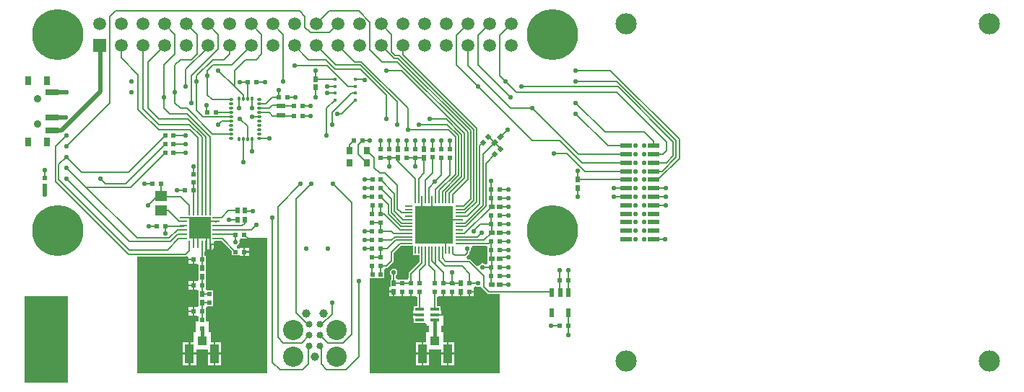
<source format=gtl>
G04 Layer_Physical_Order=1*
G04 Layer_Color=255*
%FSLAX25Y25*%
%MOIN*%
G70*
G01*
G75*
%ADD10R,0.05400X0.02400*%
%ADD11R,0.02362X0.01968*%
%ADD12R,0.01575X0.01575*%
%ADD13R,0.03937X0.01968*%
%ADD14O,0.01378X0.02362*%
%ADD15O,0.02362X0.01378*%
%ADD16R,0.10236X0.10236*%
%ADD17O,0.00984X0.03347*%
%ADD18O,0.03347X0.00984*%
%ADD19R,0.02165X0.02165*%
%ADD20R,0.02165X0.02165*%
%ADD21R,0.02362X0.04331*%
%ADD22R,0.03150X0.03543*%
%ADD23R,0.02362X0.02953*%
%ADD24R,0.00787X0.03543*%
%ADD25R,0.03543X0.00787*%
%ADD26R,0.17323X0.17323*%
%ADD27R,0.20000X0.40000*%
%ADD28R,0.05905X0.02756*%
%ADD29R,0.03150X0.03937*%
%ADD30P,0.03062X4X180.0*%
G04:AMPARAMS|DCode=31|XSize=31mil|YSize=31mil|CornerRadius=15.5mil|HoleSize=0mil|Usage=FLASHONLY|Rotation=90.000|XOffset=0mil|YOffset=0mil|HoleType=Round|Shape=RoundedRectangle|*
%AMROUNDEDRECTD31*
21,1,0.03100,0.00000,0,0,90.0*
21,1,0.00000,0.03100,0,0,90.0*
1,1,0.03100,0.00000,0.00000*
1,1,0.03100,0.00000,0.00000*
1,1,0.03100,0.00000,0.00000*
1,1,0.03100,0.00000,0.00000*
%
%ADD31ROUNDEDRECTD31*%
%ADD32R,0.05787X0.04685*%
%ADD33R,0.01968X0.02559*%
%ADD34R,0.01968X0.02362*%
%ADD35R,0.02559X0.01968*%
G04:AMPARAMS|DCode=36|XSize=19.68mil|YSize=23.62mil|CornerRadius=0mil|HoleSize=0mil|Usage=FLASHONLY|Rotation=135.000|XOffset=0mil|YOffset=0mil|HoleType=Round|Shape=Rectangle|*
%AMROTATEDRECTD36*
4,1,4,0.01531,0.00139,-0.00139,-0.01531,-0.01531,-0.00139,0.00139,0.01531,0.01531,0.00139,0.0*
%
%ADD36ROTATEDRECTD36*%

%ADD37R,0.03937X0.01378*%
%ADD38R,0.03937X0.03937*%
%ADD39R,0.04134X0.08661*%
%ADD40C,0.00800*%
%ADD41C,0.02000*%
%ADD42C,0.01640*%
%ADD43C,0.23622*%
%ADD44R,0.05905X0.05905*%
%ADD45C,0.05905*%
%ADD46C,0.09800*%
%ADD47C,0.02200*%
%ADD48C,0.03543*%
%ADD49C,0.09350*%
%ADD50C,0.03900*%
%ADD51C,0.02362*%
%ADD52C,0.06000*%
G36*
X112400Y-50100D02*
X112500Y-50141D01*
Y-112500D01*
X52641D01*
X52600Y-112400D01*
Y-58520D01*
X75000D01*
X75350Y-58450D01*
X75397Y-58445D01*
X76322Y-58927D01*
X76350Y-58960D01*
Y-59600D01*
X78531D01*
Y-60000D01*
X78931D01*
Y-61984D01*
X80026D01*
X80761Y-62204D01*
X80916Y-62900D01*
Y-66009D01*
Y-69100D01*
X80761Y-69796D01*
X80026Y-70016D01*
X78931D01*
Y-72000D01*
Y-73984D01*
X80026D01*
X80761Y-74204D01*
X80916Y-74900D01*
Y-78009D01*
Y-81100D01*
X80761Y-81796D01*
X80026Y-82016D01*
X78931D01*
Y-84000D01*
Y-85984D01*
X80026D01*
X80761Y-86204D01*
X80916Y-86900D01*
Y-88787D01*
X79516D01*
Y-93626D01*
X78531D01*
Y-98169D01*
X77093D01*
Y-103100D01*
X79760D01*
Y-101563D01*
X85240D01*
Y-103100D01*
X87907D01*
Y-98169D01*
X86468D01*
Y-93626D01*
X85484D01*
Y-88787D01*
X84084D01*
Y-86250D01*
X84084D01*
X84250Y-85584D01*
X84250Y-85584D01*
X84250Y-85319D01*
Y-82681D01*
X84306Y-82364D01*
X84974Y-81750D01*
X87584D01*
Y-78187D01*
X87584D01*
Y-77813D01*
X87584D01*
Y-74250D01*
X84974D01*
X84306Y-73636D01*
X84250Y-73319D01*
Y-70681D01*
X84250Y-70416D01*
X84250Y-70416D01*
X84084Y-69750D01*
X84084Y-69750D01*
Y-66009D01*
Y-62250D01*
X84084D01*
X84250Y-61584D01*
X84250Y-61584D01*
X84250Y-61319D01*
Y-58416D01*
X83457D01*
Y-56453D01*
X84005Y-56019D01*
Y-53000D01*
X84806D01*
Y-55623D01*
X84988Y-55587D01*
X85390Y-55318D01*
X85792Y-55587D01*
X85974Y-55623D01*
Y-53000D01*
X86374D01*
Y-52600D01*
X87895D01*
Y-52389D01*
X87895Y-51819D01*
X88843Y-51456D01*
X90213D01*
X90639Y-51371D01*
X90652Y-51362D01*
X91452D01*
X96250Y-56161D01*
Y-58084D01*
X99787D01*
Y-58484D01*
X101568D01*
Y-56500D01*
Y-54516D01*
X99787D01*
Y-54916D01*
X98583D01*
X98408Y-54646D01*
X98695Y-53570D01*
X99257Y-53194D01*
X99633Y-52632D01*
X99765Y-51969D01*
X99658Y-51430D01*
X99968Y-50885D01*
X100287Y-50484D01*
X104150D01*
Y-50100D01*
X112400D01*
D02*
G37*
G36*
X214250Y-53916D02*
X214250Y-54417D01*
Y-57084D01*
X214250D01*
Y-57916D01*
X214250D01*
Y-61084D01*
X214250D01*
Y-61916D01*
X213407Y-62295D01*
X213250Y-62311D01*
X213226Y-62274D01*
X212663Y-61899D01*
X212000Y-61767D01*
X211337Y-61899D01*
X210774Y-62274D01*
X210517Y-62660D01*
X209749Y-62889D01*
X209362Y-62920D01*
X206721Y-60279D01*
X206390Y-60058D01*
X206000Y-59980D01*
X205147D01*
X205027Y-59814D01*
X204721Y-58821D01*
X205721Y-57821D01*
X205942Y-57490D01*
X206020Y-57100D01*
Y-56363D01*
X206226Y-56226D01*
X206601Y-55663D01*
X206733Y-55000D01*
X206670Y-54681D01*
X207176Y-53844D01*
X207366Y-53681D01*
X213348D01*
X214250Y-53916D01*
D02*
G37*
G36*
X179839Y-53661D02*
X179845D01*
Y-57986D01*
X182980D01*
Y-61078D01*
X178279Y-65779D01*
X178058Y-66110D01*
X177980Y-66500D01*
Y-68484D01*
X177416Y-69250D01*
X176584D01*
Y-69250D01*
X173416D01*
Y-69250D01*
X173020D01*
X172020Y-68484D01*
Y-67363D01*
X172226Y-67226D01*
X172601Y-66663D01*
X172733Y-66000D01*
X172601Y-65337D01*
X172226Y-64774D01*
X171663Y-64399D01*
X171000Y-64267D01*
X170337Y-64399D01*
X169774Y-64774D01*
X169399Y-65337D01*
X169267Y-66000D01*
X169399Y-66663D01*
X169774Y-67226D01*
X169980Y-67363D01*
Y-69250D01*
X169416D01*
Y-72591D01*
X169016D01*
Y-74470D01*
X171000D01*
Y-74870D01*
X171400D01*
Y-77150D01*
X172984D01*
Y-77150D01*
X173013Y-77150D01*
X173984Y-77150D01*
X174600D01*
Y-74968D01*
X175400D01*
Y-77150D01*
X176984D01*
Y-77150D01*
X177016D01*
Y-77150D01*
X178600D01*
Y-74968D01*
X179400D01*
Y-77150D01*
X180581D01*
X180984Y-77150D01*
X181980Y-77159D01*
Y-81652D01*
X180388D01*
Y-83811D01*
X179988D01*
Y-85100D01*
X182957D01*
Y-85900D01*
X179988D01*
Y-87189D01*
X180388D01*
Y-89348D01*
X185075D01*
X185525Y-89348D01*
X186075Y-90120D01*
Y-90748D01*
X187199D01*
Y-93626D01*
X186031D01*
Y-98169D01*
X184593D01*
Y-103100D01*
X187260D01*
Y-101563D01*
X192740D01*
Y-103100D01*
X195407D01*
Y-98169D01*
X193968D01*
Y-93626D01*
X192888D01*
Y-90748D01*
X194012D01*
Y-85370D01*
X193012D01*
Y-83811D01*
X192612D01*
Y-81652D01*
X191020D01*
Y-77159D01*
X192016Y-77150D01*
X192419Y-77150D01*
X193600D01*
Y-74968D01*
X194400D01*
Y-77150D01*
X195984D01*
Y-77150D01*
X196016D01*
Y-77150D01*
X197600D01*
Y-74968D01*
X198400D01*
Y-77150D01*
X199016D01*
X199987Y-77150D01*
X200016Y-77150D01*
Y-77150D01*
X201600D01*
Y-74870D01*
X202400D01*
Y-77150D01*
X203984D01*
X203984Y-77150D01*
X204016D01*
Y-77150D01*
X204984Y-77150D01*
X205600D01*
Y-74968D01*
X206000D01*
Y-74568D01*
X207984D01*
Y-72903D01*
X208741Y-72222D01*
X208774Y-72226D01*
X209337Y-72601D01*
X210000Y-72733D01*
X210512Y-72631D01*
X210906Y-72720D01*
X211704Y-73109D01*
X211779Y-73221D01*
X214279Y-75721D01*
X214610Y-75942D01*
X215000Y-76020D01*
X220000D01*
Y-112500D01*
X160000D01*
Y-68683D01*
X162911D01*
Y-68683D01*
X163089D01*
Y-68683D01*
X166454D01*
Y-65317D01*
X166454D01*
X166584Y-64750D01*
X167236Y-64020D01*
X167500D01*
X167890Y-63942D01*
X168221Y-63721D01*
X170721Y-61221D01*
X170942Y-60890D01*
X171020Y-60500D01*
Y-56922D01*
X174261Y-53681D01*
X177886D01*
X178016Y-53655D01*
X179839D01*
Y-53661D01*
D02*
G37*
%LPC*%
G36*
X76293Y-98169D02*
X73626D01*
Y-103100D01*
X76293D01*
Y-98169D01*
D02*
G37*
G36*
X91374Y-103900D02*
X88707D01*
Y-108831D01*
X91374D01*
Y-103900D01*
D02*
G37*
G36*
X87907D02*
X85240D01*
Y-108831D01*
X87907D01*
Y-103900D01*
D02*
G37*
G36*
X79760D02*
X77093D01*
Y-108831D01*
X79760D01*
Y-103900D01*
D02*
G37*
G36*
X76293D02*
X73626D01*
Y-108831D01*
X76293D01*
Y-103900D01*
D02*
G37*
G36*
X78132Y-60400D02*
X76350D01*
Y-61984D01*
X78132D01*
Y-60400D01*
D02*
G37*
G36*
Y-70016D02*
X76350D01*
Y-71600D01*
X78132D01*
Y-70016D01*
D02*
G37*
G36*
X104150Y-56900D02*
X102368D01*
Y-58484D01*
X104150D01*
Y-56900D01*
D02*
G37*
G36*
X87895Y-53400D02*
X86774D01*
Y-55623D01*
X86956Y-55587D01*
X87450Y-55257D01*
X87780Y-54763D01*
X87895Y-54181D01*
Y-53400D01*
D02*
G37*
G36*
X104150Y-54516D02*
X102368D01*
Y-56100D01*
X104150D01*
Y-54516D01*
D02*
G37*
G36*
X78132Y-72400D02*
X76350D01*
Y-73984D01*
X78132D01*
Y-72400D01*
D02*
G37*
G36*
Y-84400D02*
X76350D01*
Y-85984D01*
X78132D01*
Y-84400D01*
D02*
G37*
G36*
X91374Y-98169D02*
X88707D01*
Y-103100D01*
X91374D01*
Y-98169D01*
D02*
G37*
G36*
X78132Y-82016D02*
X76350D01*
Y-83600D01*
X78132D01*
Y-82016D01*
D02*
G37*
G36*
X198874Y-103900D02*
X196207D01*
Y-108831D01*
X198874D01*
Y-103900D01*
D02*
G37*
G36*
X195407D02*
X192740D01*
Y-108831D01*
X195407D01*
Y-103900D01*
D02*
G37*
G36*
X183793Y-98169D02*
X181126D01*
Y-103100D01*
X183793D01*
Y-98169D01*
D02*
G37*
G36*
X198874D02*
X196207D01*
Y-103100D01*
X198874D01*
Y-98169D01*
D02*
G37*
G36*
X187260Y-103900D02*
X184593D01*
Y-108831D01*
X187260D01*
Y-103900D01*
D02*
G37*
G36*
X183793D02*
X181126D01*
Y-108831D01*
X183793D01*
Y-103900D01*
D02*
G37*
G36*
X170600Y-75270D02*
X169016D01*
Y-77150D01*
X170600D01*
Y-75270D01*
D02*
G37*
G36*
X207984Y-75368D02*
X206400D01*
Y-77150D01*
X207984D01*
Y-75368D01*
D02*
G37*
%LPD*%
D10*
X278402Y-50685D02*
D03*
X291000D02*
D03*
X278402Y-46748D02*
D03*
X291000D02*
D03*
X278402Y-42811D02*
D03*
X291000D02*
D03*
X278402Y-38874D02*
D03*
X291000D02*
D03*
X278402Y-34937D02*
D03*
X291000D02*
D03*
X278402Y-31000D02*
D03*
X291000D02*
D03*
X278402Y-27063D02*
D03*
X291000D02*
D03*
X278402Y-23126D02*
D03*
X291000D02*
D03*
X278402Y-19189D02*
D03*
X291000D02*
D03*
X278402Y-15252D02*
D03*
X291000D02*
D03*
X278402Y-11315D02*
D03*
X291000D02*
D03*
X278402Y-7378D02*
D03*
X291000D02*
D03*
D11*
X156468Y-5000D02*
D03*
X152532D02*
D03*
X247532Y-69500D02*
D03*
X251468Y-69500D02*
D03*
X247532Y-90500D02*
D03*
X251468D02*
D03*
X59531Y-25000D02*
D03*
X63468D02*
D03*
X74532Y-28000D02*
D03*
X78469D02*
D03*
X61532Y-44500D02*
D03*
X65469D02*
D03*
X78531Y-84000D02*
D03*
X82468D02*
D03*
X78531Y-72000D02*
D03*
X82468D02*
D03*
X78531Y-60000D02*
D03*
X82468D02*
D03*
X101969Y-56500D02*
D03*
X98032D02*
D03*
X101969Y-48500D02*
D03*
X98032D02*
D03*
X128969Y11000D02*
D03*
X125031D02*
D03*
X128969Y6500D02*
D03*
X125031D02*
D03*
X121968Y15000D02*
D03*
X118032D02*
D03*
X107468Y22000D02*
D03*
X103532D02*
D03*
X88937Y8000D02*
D03*
X85000D02*
D03*
X219969Y-67500D02*
D03*
X216032D02*
D03*
X219969Y-63500D02*
D03*
X216032D02*
D03*
X219969Y-55500D02*
D03*
X216032D02*
D03*
X219969Y-51500D02*
D03*
X216032D02*
D03*
X161031Y-55000D02*
D03*
X164969D02*
D03*
X161031Y-47000D02*
D03*
X164969D02*
D03*
X219969Y-43500D02*
D03*
X216032D02*
D03*
X219969Y-39500D02*
D03*
X216032D02*
D03*
X219969Y-31500D02*
D03*
X216032D02*
D03*
X219969Y-27500D02*
D03*
X216032D02*
D03*
X161031Y-51000D02*
D03*
X164969D02*
D03*
X161031Y-31000D02*
D03*
X164969D02*
D03*
X161031Y-27000D02*
D03*
X164969D02*
D03*
D12*
X153224Y23224D02*
D03*
Y20075D02*
D03*
Y16925D02*
D03*
Y13776D02*
D03*
X143776D02*
D03*
Y16925D02*
D03*
Y20075D02*
D03*
Y23224D02*
D03*
D13*
X119000Y6669D02*
D03*
X119000Y11000D02*
D03*
D14*
X105453Y14252D02*
D03*
X103484D02*
D03*
X101516D02*
D03*
X99547D02*
D03*
Y-4252D02*
D03*
X101516Y-4252D02*
D03*
X103484D02*
D03*
X105453D02*
D03*
D15*
X96004Y13858D02*
D03*
X96004Y11890D02*
D03*
X96004Y9921D02*
D03*
Y7953D02*
D03*
Y5984D02*
D03*
Y4016D02*
D03*
Y2047D02*
D03*
Y79D02*
D03*
Y-1890D02*
D03*
X96004Y-3858D02*
D03*
X108996Y-3858D02*
D03*
Y-1890D02*
D03*
Y79D02*
D03*
X108996Y2047D02*
D03*
Y4016D02*
D03*
Y5984D02*
D03*
X108996Y7953D02*
D03*
Y9921D02*
D03*
X108996Y11890D02*
D03*
Y13858D02*
D03*
D16*
X81453Y-45421D02*
D03*
D17*
X86374Y-53000D02*
D03*
X84405D02*
D03*
X82437D02*
D03*
X80468D02*
D03*
X78500D02*
D03*
X76531D02*
D03*
Y-37843D02*
D03*
X78500D02*
D03*
X80468D02*
D03*
X82437D02*
D03*
X84405D02*
D03*
X86374D02*
D03*
D18*
X73874Y-50343D02*
D03*
Y-48374D02*
D03*
Y-46406D02*
D03*
Y-44437D02*
D03*
Y-42469D02*
D03*
Y-40500D02*
D03*
X89031D02*
D03*
Y-42469D02*
D03*
Y-44437D02*
D03*
Y-46406D02*
D03*
Y-48374D02*
D03*
Y-50343D02*
D03*
D19*
X10000Y-26000D02*
D03*
Y-22457D02*
D03*
X78500Y-20728D02*
D03*
Y-24272D02*
D03*
X189000Y-12772D02*
D03*
Y-9228D02*
D03*
D20*
X65728Y-2500D02*
D03*
X69272D02*
D03*
X65728Y-10500D02*
D03*
X69272D02*
D03*
X65728Y-6500D02*
D03*
X69272D02*
D03*
X161228Y-67000D02*
D03*
X164772D02*
D03*
X161228Y-35000D02*
D03*
X164772D02*
D03*
X161228Y-23000D02*
D03*
X164772D02*
D03*
D21*
X251500Y-84697D02*
D03*
X244020Y-84697D02*
D03*
Y-75248D02*
D03*
X247760D02*
D03*
X251500D02*
D03*
D22*
X150465Y-9646D02*
D03*
X158535D02*
D03*
Y-15354D02*
D03*
X150465D02*
D03*
D23*
X102075Y-37433D02*
D03*
Y-41567D02*
D03*
X98925Y-37433D02*
D03*
Y-41567D02*
D03*
D24*
X198161Y-32386D02*
D03*
X195012D02*
D03*
X191862D02*
D03*
X188713D02*
D03*
X185563D02*
D03*
X182413D02*
D03*
X180839D02*
D03*
X183988D02*
D03*
X187138D02*
D03*
X190287D02*
D03*
X193437D02*
D03*
X196587D02*
D03*
X180839Y-55614D02*
D03*
X183988D02*
D03*
X187138D02*
D03*
X190287D02*
D03*
X193437D02*
D03*
X196587D02*
D03*
X198161D02*
D03*
X195012D02*
D03*
X191862D02*
D03*
X188713D02*
D03*
X185563D02*
D03*
X182413D02*
D03*
D25*
X201114Y-52661D02*
D03*
Y-49512D02*
D03*
Y-46362D02*
D03*
Y-43213D02*
D03*
Y-40063D02*
D03*
Y-36913D02*
D03*
Y-35339D02*
D03*
Y-38488D02*
D03*
Y-41638D02*
D03*
Y-44787D02*
D03*
Y-47937D02*
D03*
Y-51087D02*
D03*
X177886Y-36913D02*
D03*
Y-40063D02*
D03*
Y-43213D02*
D03*
Y-46362D02*
D03*
Y-49512D02*
D03*
Y-52661D02*
D03*
Y-51087D02*
D03*
Y-47937D02*
D03*
Y-44787D02*
D03*
Y-41638D02*
D03*
Y-38488D02*
D03*
Y-35339D02*
D03*
D26*
X189500Y-44000D02*
D03*
D27*
X10500Y-97000D02*
D03*
D28*
X13390Y17453D02*
D03*
Y5642D02*
D03*
Y-264D02*
D03*
D29*
X2169Y22768D02*
D03*
X10831D02*
D03*
X2169Y-5579D02*
D03*
X10831D02*
D03*
D30*
X217639Y-11361D02*
D03*
X220145Y-8855D02*
D03*
X212139Y-5861D02*
D03*
X214645Y-3355D02*
D03*
D31*
X137000Y-90000D02*
D03*
X132000D02*
D03*
X137000Y-95000D02*
D03*
X132000D02*
D03*
X137000Y-100000D02*
D03*
X132000D02*
D03*
D32*
X63500Y-30634D02*
D03*
Y-37366D02*
D03*
D33*
X82500Y-76130D02*
D03*
Y-79870D02*
D03*
Y-64130D02*
D03*
Y-67870D02*
D03*
X256000Y-26870D02*
D03*
Y-23130D02*
D03*
X135000Y19630D02*
D03*
Y23370D02*
D03*
X202000Y-74870D02*
D03*
Y-71130D02*
D03*
X171000Y-74870D02*
D03*
Y-71130D02*
D03*
X185000Y-9130D02*
D03*
Y-12870D02*
D03*
X173000Y-9130D02*
D03*
Y-12870D02*
D03*
D34*
X82500Y-88032D02*
D03*
Y-91969D02*
D03*
X86000Y-76032D02*
D03*
Y-79969D02*
D03*
X190000Y-74968D02*
D03*
Y-71031D02*
D03*
X206000Y-71031D02*
D03*
Y-74968D02*
D03*
X198000Y-74968D02*
D03*
Y-71031D02*
D03*
X194000Y-74968D02*
D03*
Y-71031D02*
D03*
X175000Y-74968D02*
D03*
Y-71031D02*
D03*
X179000Y-74968D02*
D03*
Y-71031D02*
D03*
X183000Y-74968D02*
D03*
Y-71031D02*
D03*
X165000Y-62968D02*
D03*
Y-59031D02*
D03*
X161000Y-62968D02*
D03*
Y-59031D02*
D03*
Y-39031D02*
D03*
Y-42968D02*
D03*
X165000Y-42968D02*
D03*
Y-39031D02*
D03*
X181000Y-9031D02*
D03*
Y-12968D02*
D03*
X177000Y-9031D02*
D03*
Y-12968D02*
D03*
X169000Y-9031D02*
D03*
Y-12968D02*
D03*
X165000Y-9031D02*
D03*
Y-12968D02*
D03*
X197000Y-9031D02*
D03*
Y-12968D02*
D03*
X193000Y-9031D02*
D03*
Y-12968D02*
D03*
D35*
X219870Y-71500D02*
D03*
X216130D02*
D03*
X219870Y-59500D02*
D03*
X216130D02*
D03*
X219870Y-47500D02*
D03*
X216130D02*
D03*
X219870Y-35500D02*
D03*
X216130D02*
D03*
D36*
X217500Y-6000D02*
D03*
X220284Y-3216D02*
D03*
D37*
X182957Y-88059D02*
D03*
Y-85500D02*
D03*
Y-82941D02*
D03*
X190043D02*
D03*
Y-85500D02*
D03*
Y-88059D02*
D03*
D38*
X82500Y-97594D02*
D03*
X190000D02*
D03*
D39*
X88307Y-103500D02*
D03*
X76693D02*
D03*
X195807D02*
D03*
X184193D02*
D03*
D40*
X188713Y-43213D02*
Y-32386D01*
X189500Y-44000D02*
X195012Y-49512D01*
X101642Y-37500D02*
X106000D01*
X73874Y-40516D02*
X76547D01*
X80469Y-53000D02*
Y-46405D01*
X216031Y-31500D02*
Y-23531D01*
Y-59402D02*
Y-51500D01*
X251469Y-75217D02*
Y-65031D01*
X216031Y-71402D02*
Y-63500D01*
X103484Y22000D02*
Y22016D01*
Y22000D02*
X103484Y14252D01*
X274000Y17500D02*
X297000Y-5500D01*
X227500Y17500D02*
X274000D01*
X230000Y20000D02*
X274500D01*
X273990Y22490D02*
X301400Y-4920D01*
X255010Y22490D02*
X273990D01*
X270960Y27500D02*
X302800Y-4340D01*
X255000Y27500D02*
X270960D01*
X268500Y-1000D02*
X286722D01*
X255024Y7500D02*
X269902Y-7378D01*
X278402D01*
X256315Y-11315D02*
X278402D01*
X278398Y-23130D02*
X278402Y-23126D01*
X291000Y-11315D02*
X295185D01*
X291000Y-50685D02*
X296315D01*
X291000Y-27063D02*
X296437D01*
X291000Y-19189D02*
X294791D01*
X291000Y-15252D02*
X296748D01*
X291000Y-23126D02*
X292834D01*
X291000Y-34937D02*
X296437D01*
X291000Y-31000D02*
X296500D01*
X291000Y-7378D02*
Y-5278D01*
X292834Y-23126D02*
X302800Y-13160D01*
X294791Y-19189D02*
X301400Y-12580D01*
X295185Y-11315D02*
X297000Y-9500D01*
X296315Y-50685D02*
X296500Y-50500D01*
X296437Y-27063D02*
X296500Y-27000D01*
X296437Y-34937D02*
X296500Y-35000D01*
X296748Y-15252D02*
X300000Y-12000D01*
X190043Y-85500D02*
X195047D01*
X10000Y-22457D02*
Y-18500D01*
X141173Y45000D02*
X145173Y49000D01*
X132500Y45000D02*
X141173D01*
X130000Y47500D02*
X132500Y45000D01*
X130000Y47500D02*
Y52500D01*
X127500Y55000D02*
X130000Y52500D01*
X42500Y55000D02*
X127500D01*
X40000Y52500D02*
X42500Y55000D01*
X40000Y12500D02*
Y52500D01*
X20000Y-7500D02*
X40000Y12500D01*
X120000Y22500D02*
Y44173D01*
X115173Y49000D02*
X120000Y44173D01*
X174580Y27500D02*
X203700Y-1620D01*
X167500Y27500D02*
X174580D01*
X140389Y29600D02*
X149914Y20075D01*
X125100Y29600D02*
X140389D01*
X149914Y20075D02*
X153224D01*
X131673Y32500D02*
X139500D01*
X125173Y39000D02*
X131673Y32500D01*
X139500D02*
X144000Y28000D01*
X155470D01*
X167500Y15970D01*
X156030Y31400D02*
X177500Y9930D01*
X152773Y31400D02*
X156030D01*
X145173Y39000D02*
X152773Y31400D01*
X155450Y30000D02*
X172500Y12950D01*
X144173Y30000D02*
X155450D01*
X135173Y39000D02*
X144173Y30000D01*
X48728Y-19500D02*
X65728Y-2500D01*
X27000Y-19500D02*
X48728D01*
X20000Y-12500D02*
X27000Y-19500D01*
X210000Y20000D02*
X235000Y-5000D01*
X200000Y30000D02*
X210000Y20000D01*
X140000Y-2500D02*
Y10000D01*
X143776Y13776D01*
X142500Y7970D02*
X151455Y16925D01*
X142500Y2500D02*
Y7970D01*
X151455Y16925D02*
X153224D01*
X145000Y7500D02*
X146949D01*
X153224Y13776D01*
X103484Y-4252D02*
Y1516D01*
X100000Y5000D02*
X103484Y1516D01*
X87390Y-1890D02*
X96004D01*
X75500Y10000D02*
X87390Y-1890D01*
X72500Y10000D02*
X75500D01*
X67500Y7500D02*
X75500D01*
X86374Y-3374D01*
X62500Y5000D02*
X76000D01*
X84405Y-3405D01*
Y-37843D02*
Y-3405D01*
X62500Y2500D02*
X76500D01*
X82437Y-3437D01*
Y-37843D02*
Y-3437D01*
X62500Y0D02*
X77000D01*
X80650Y-3650D01*
Y-37661D02*
Y-3650D01*
X77500Y12500D02*
Y25000D01*
X86374Y-37843D02*
Y-3374D01*
X70000Y12500D02*
X72500Y10000D01*
X70000Y12500D02*
Y17500D01*
X65000Y10000D02*
X67500Y7500D01*
X65000Y10000D02*
Y15000D01*
X57500Y10000D02*
X62500Y5000D01*
X57500Y10000D02*
Y31327D01*
X55173Y9827D02*
X62500Y2500D01*
X55173Y9827D02*
Y39000D01*
X53000Y9500D02*
X62500Y0D01*
X53000Y9500D02*
Y25500D01*
X77500Y25000D02*
X90000Y37500D01*
X87500Y32500D02*
X92500D01*
X80000Y25000D02*
X87500Y32500D01*
X80000Y22500D02*
Y25000D01*
X90000Y37500D02*
Y44173D01*
X85173Y49000D02*
X90000Y44173D01*
X85000Y16000D02*
Y25000D01*
Y27500D01*
X87500Y30000D01*
X80000Y9000D02*
Y22500D01*
X75000Y20000D02*
Y28000D01*
X85173Y38173D01*
Y39000D01*
X72500Y32500D02*
X77500D01*
X70000Y30000D02*
X72500Y32500D01*
X70000Y17500D02*
Y30000D01*
X77500Y32500D02*
X80100Y35100D01*
Y44073D01*
X70000Y35000D02*
Y44173D01*
X65000Y30000D02*
X70000Y35000D01*
X65000Y15000D02*
Y30000D01*
X57500Y31327D02*
X65173Y39000D01*
X45173Y33327D02*
X53000Y25500D01*
X97500Y20000D02*
X101516Y15984D01*
X90000Y27500D02*
X97500Y20000D01*
X107530Y32500D02*
X110000Y34970D01*
X102500Y32500D02*
X107530D01*
X97500Y27500D02*
X102500Y32500D01*
X97500Y20000D02*
Y27500D01*
X101516Y14252D02*
Y15984D01*
X87500Y30000D02*
X96173D01*
X85000Y16000D02*
X87142Y13858D01*
X96173Y30000D02*
X105173Y39000D01*
X92500Y32500D02*
X95173Y35173D01*
Y39000D01*
X94000D02*
X95173D01*
X75173Y49000D02*
X80100Y44073D01*
X45173Y33327D02*
Y39000D01*
X38000Y-25000D02*
X47228D01*
X65728Y-6500D01*
X35500Y-22500D02*
X38000Y-25000D01*
X20000Y-17500D02*
X29000Y-26500D01*
X52600Y-50100D01*
X29000Y-26500D02*
X49728D01*
X65728Y-10500D01*
X20000Y-22500D02*
X49000Y-51500D01*
X16400Y-22900D02*
X49000Y-55500D01*
X16400Y-22900D02*
Y-16100D01*
X49000Y-55500D02*
X66500D01*
X15000Y-24000D02*
X48500Y-57500D01*
X15000Y-24000D02*
Y-7500D01*
X48500Y-57500D02*
X75000D01*
X69272Y-2500D02*
X75000D01*
X69272Y-10500D02*
X75000D01*
X69272Y-6500D02*
X75000D01*
X83016Y5984D02*
X96004D01*
X80000Y9000D02*
X83016Y5984D01*
X220284Y-3216D02*
X223500Y0D01*
X200000Y43827D02*
X205173Y49000D01*
X200000Y30000D02*
Y43827D01*
X255000Y7500D02*
X255024D01*
X255000Y22500D02*
X255010Y22490D01*
X255000Y12500D02*
X268500Y-1000D01*
X286722D02*
X291000Y-5278D01*
X225000Y10000D02*
X235000D01*
X205173Y29827D02*
X225000Y10000D01*
X205173Y29827D02*
Y39000D01*
X210000Y30000D02*
X225000Y15000D01*
X210000Y30000D02*
Y43827D01*
X215173Y49000D01*
X220000Y25000D02*
X222500Y22500D01*
X220000Y25000D02*
Y43827D01*
X225173Y49000D01*
X177500Y0D02*
Y9930D01*
X172500Y2500D02*
Y12950D01*
X167500Y5000D02*
Y15970D01*
X135173Y49000D02*
X141173Y55000D01*
X154763D01*
X160000Y49763D01*
X165500Y31500D02*
X172560D01*
X160000Y37000D02*
Y49763D01*
Y37000D02*
X165500Y31500D01*
X274500Y20000D02*
X300000Y-5500D01*
X222500Y22500D02*
X227500Y17500D01*
X173520Y34500D02*
X207900Y120D01*
X171653Y34500D02*
X173520D01*
X199500Y-20500D02*
Y-3359D01*
X196141Y0D02*
X199500Y-3359D01*
X177500Y0D02*
X196141D01*
X200900Y-21080D02*
Y-2779D01*
X195621Y2500D02*
X200900Y-2779D01*
X182500Y2500D02*
X195621D01*
X202300Y-21660D02*
Y-2199D01*
X195100Y5000D02*
X202300Y-2199D01*
X187500Y5000D02*
X195100D01*
X203700Y-22240D02*
Y-1620D01*
X205100Y-22900D02*
Y-1040D01*
X172560Y31500D02*
X205100Y-1040D01*
X206500Y-32000D02*
Y-460D01*
X173040Y33000D02*
X206500Y-460D01*
X171173Y33000D02*
X173040D01*
X207900Y-32580D02*
Y120D01*
X209300Y-33160D02*
Y700D01*
X175173Y34827D02*
X209300Y700D01*
X175173Y34827D02*
Y39000D01*
X165173Y49000D02*
X170000Y44173D01*
Y36153D02*
Y44173D01*
Y36153D02*
X171653Y34500D01*
X210680Y-38300D02*
X213500Y-35480D01*
X212100Y-34900D02*
Y-11400D01*
X203787Y-43213D02*
X212100Y-34900D01*
X210700Y-34240D02*
Y-7300D01*
X204877Y-40063D02*
X210700Y-34240D01*
X210680Y-38300D02*
X210680D01*
X210000Y-38980D02*
X210680Y-38300D01*
X210000Y-39000D02*
Y-38980D01*
X204213Y-44787D02*
X210000Y-39000D01*
X203693Y-47937D02*
X216130Y-35500D01*
Y-31598D01*
X213500Y-35480D02*
Y-15500D01*
X201114Y-43213D02*
X203787D01*
X201114Y-44787D02*
X204213D01*
X201114Y-47937D02*
X203693D01*
X203972Y-38488D02*
X209300Y-33160D01*
X203567Y-36913D02*
X207900Y-32580D01*
X203161Y-35339D02*
X206500Y-32000D01*
X198161Y-29839D02*
X205100Y-22900D01*
X196587Y-29353D02*
X203700Y-22240D01*
X195012Y-28948D02*
X202300Y-21660D01*
X193437Y-28543D02*
X200900Y-21080D01*
X199480Y-20500D02*
X199500D01*
X191862Y-28118D02*
X199480Y-20500D01*
X197000Y-21000D02*
Y-12969D01*
X190287Y-27713D02*
X197000Y-21000D01*
X198161Y-32386D02*
Y-29839D01*
X196587Y-32386D02*
Y-29353D01*
X195012Y-32386D02*
Y-28948D01*
X193437Y-32386D02*
Y-28543D01*
X191862Y-32386D02*
Y-28118D01*
X190287Y-32386D02*
Y-27713D01*
X210700Y-7300D02*
X212139Y-5861D01*
X212100Y-11400D02*
X217500Y-6000D01*
X213500Y-15500D02*
X217639Y-11361D01*
X201114Y-38488D02*
X203972D01*
X201114Y-36913D02*
X203567D01*
X201114Y-35339D02*
X203161D01*
X165173Y39000D02*
X171173Y33000D01*
X302800Y-13160D02*
Y-4340D01*
X301400Y-12580D02*
Y-4920D01*
X235000Y10000D02*
X256315Y-11315D01*
X101516Y-14984D02*
Y-4252D01*
X101500Y-15000D02*
X101516Y-14984D01*
X105453Y-9953D02*
Y-4252D01*
Y-9953D02*
X105500Y-10000D01*
X87142Y13858D02*
X96004D01*
X105173Y49000D02*
X110000Y44173D01*
Y34970D02*
Y44173D01*
X105484Y6000D02*
X105968D01*
X105984Y5984D01*
X99547Y9953D02*
Y14252D01*
X105453Y9953D02*
Y14252D01*
X107468Y22000D02*
X111500Y22000D01*
X65173Y49000D02*
X70000Y44173D01*
X108996Y-3858D02*
X113642D01*
X143630Y23370D02*
X143776Y23224D01*
X135000Y23370D02*
X143630D01*
X297000Y-9500D02*
Y-5500D01*
X300000Y-12000D02*
Y-5500D01*
X52600Y-50100D02*
X67400D01*
X71095Y-46406D01*
X73874D01*
X66500Y-55500D02*
X71658Y-50343D01*
X73874D01*
X16400Y-16100D02*
X20000Y-12500D01*
X49000Y-51500D02*
X67980D01*
X71106Y-48374D01*
X73874D01*
X80468Y-37843D02*
X80650Y-37661D01*
X15000Y-7500D02*
X20000Y-2500D01*
X65469Y-47969D02*
X65500Y-48000D01*
X65469Y-47969D02*
Y-44500D01*
X73811D01*
X251000Y-11000D02*
X259189Y-19189D01*
X245000Y-11000D02*
X251000D01*
X171000Y-71130D02*
Y-66000D01*
X101969Y-48500D02*
X104500Y-51031D01*
X84500Y8500D02*
Y11500D01*
Y8500D02*
X85000Y8000D01*
X140075Y16925D02*
X143776D01*
X135000Y23370D02*
X135000Y27500D01*
X247532Y-69500D02*
Y-65032D01*
Y-69500D02*
X247532Y-75020D01*
X140075Y20075D02*
X143776D01*
X219870Y-71500D02*
X224000D01*
X208000Y-47000D02*
Y-46500D01*
X209488Y-49512D02*
X211500Y-47500D01*
X201114Y-49512D02*
X209488D01*
X201114Y-51087D02*
X212543D01*
X201114Y-52661D02*
X214870D01*
X205000Y-57100D02*
Y-55000D01*
X220370Y-59000D02*
X224000D01*
X219870Y-59500D02*
X220370Y-59000D01*
X219969Y-67500D02*
X224000D01*
X216031Y-43500D02*
X216032D01*
X211000D02*
X216031D01*
X208000Y-46500D02*
X211000Y-43500D01*
X212543Y-51087D02*
X216130Y-47500D01*
X214870Y-52661D02*
X216031Y-51500D01*
X157500Y-31000D02*
X161032D01*
X157500Y-27000D02*
X161032D01*
X206000Y-61000D02*
X212500Y-67500D01*
X243772Y-75000D02*
X244020Y-75248D01*
X215000Y-75000D02*
X243772D01*
X212500Y-72500D02*
X215000Y-75000D01*
X212500Y-72500D02*
Y-67500D01*
X149000Y-111000D02*
X155000Y-105000D01*
Y-70000D01*
X115000Y-107500D02*
Y-40713D01*
X247500Y-5000D02*
X257752Y-15252D01*
X235000Y-5000D02*
X247500D01*
X190069Y-23931D02*
X193000Y-21000D01*
X187138Y-26862D02*
X190069Y-23931D01*
X108996Y9921D02*
X113421D01*
X113547Y7953D02*
X115000Y6500D01*
X108996Y7953D02*
X113547D01*
X119000Y6669D02*
X119169Y6500D01*
X128968D02*
X132500D01*
X128968Y11000D02*
X132500D01*
X111890Y11890D02*
X115000Y15000D01*
X108996Y11890D02*
X111890Y11890D01*
X118000Y15031D02*
X118031Y15000D01*
X118000Y15031D02*
Y18500D01*
X100031Y22031D02*
X103500D01*
X100000Y22000D02*
X100031Y22031D01*
X88984Y7953D02*
X96004D01*
X105984Y5984D02*
X108996Y5984D01*
X82469Y-64098D02*
Y-60000D01*
Y-64098D02*
X82500Y-64130D01*
X75000Y-60000D02*
X78532D01*
X82469Y-72000D02*
X82500Y-71968D01*
Y-76130D02*
X85902D01*
X86000Y-76031D01*
X82500Y-83968D02*
Y-79870D01*
X89032Y-48374D02*
X97906D01*
X98031Y-48500D01*
X101969Y-56500D02*
X105500D01*
X94933Y-41567D02*
X98425D01*
X89032Y-42468D02*
X89063Y-42500D01*
X89032Y-40500D02*
X91500D01*
X84406Y-42468D02*
X89032D01*
X78500Y-53000D02*
Y-48374D01*
X80469Y-46405D02*
X81453Y-45421D01*
X86358Y-52984D02*
X86374Y-53000D01*
X73874Y-40516D02*
Y-40500D01*
X76532Y-37843D02*
Y-35032D01*
X63500Y-30634D02*
Y-25031D01*
X56000Y-25000D02*
X59532D01*
X78500Y-27969D02*
Y-24272D01*
X71000Y-28000D02*
X74532D01*
X78500Y-20728D02*
Y-17000D01*
X75000Y-72000D02*
X78532D01*
X75000Y-84000D02*
X78532D01*
X137000Y-90000D02*
X137672D01*
X142500Y-85172D01*
Y-80000D01*
X128500Y-98500D02*
X132000Y-95000D01*
X120000Y-98500D02*
X128500D01*
X117500Y-96000D02*
X120000Y-98500D01*
X117500Y-35500D02*
X128000Y-25000D01*
X143000D02*
X151500Y-33500D01*
X140000Y-111000D02*
X149000D01*
X131550Y-100450D02*
X132000Y-100000D01*
X129000Y-111000D02*
X131550Y-108450D01*
X118500Y-111000D02*
X129000D01*
X115000Y-107500D02*
X118500Y-111000D01*
X126000Y-32000D02*
X133000Y-25000D01*
X126000Y-84672D02*
X131328Y-90000D01*
X278398Y-23130D02*
X278402Y-23126D01*
X256000Y-23130D02*
Y-19000D01*
X272563Y-27063D02*
X278402D01*
X272500Y-27000D02*
X272563Y-27063D01*
X272500Y-31000D02*
X278402D01*
X256000D02*
Y-26870D01*
X58000Y-44500D02*
X61532D01*
X101575Y-37433D02*
X101642Y-37500D01*
X101063Y-44437D02*
X102075Y-43425D01*
X161000Y-42968D02*
X165000D01*
X170000Y-47000D02*
X170937Y-47937D01*
X177886D01*
X164969Y-51000D02*
X170000D01*
X168000Y-55000D02*
X171913Y-51087D01*
X161000Y-59031D02*
X165000D01*
Y-55031D01*
X164969Y-55000D02*
X165000Y-55031D01*
X173839Y-52661D02*
X177886D01*
X170000Y-56500D02*
X173839Y-52661D01*
X165000Y-66772D02*
Y-62968D01*
X171000Y-71130D02*
X174902D01*
X175000Y-71031D01*
X179000D01*
Y-66500D02*
X184000Y-61500D01*
Y-55626D01*
X185563Y-62437D02*
Y-55614D01*
X190000Y-71031D02*
Y-65362D01*
X188713Y-60713D02*
Y-55614D01*
X194000Y-71031D02*
Y-66000D01*
X198531Y-71031D02*
X199000Y-71500D01*
X194000Y-71031D02*
X198000D01*
X190287Y-62287D02*
Y-55614D01*
X188713Y-60713D02*
X190287Y-62287D01*
X198000Y-71031D02*
Y-66000D01*
X194500Y-63000D02*
X202500D01*
X174488Y-38488D02*
X177886D01*
X166531Y-39031D02*
X173862Y-46362D01*
X172700Y-36700D02*
X174488Y-38488D01*
X172700Y-36700D02*
Y-25700D01*
X169000Y-12969D02*
X169098Y-12870D01*
X177000Y-12969D02*
X181000D01*
X184902D01*
X183988Y-38488D02*
Y-32386D01*
X191862Y-41638D02*
X201114D01*
X189500Y-44000D02*
X191862Y-41638D01*
X216031Y-63500D02*
X216130Y-63402D01*
X216031Y-71402D02*
X216130Y-71500D01*
X193437Y-59437D02*
Y-55614D01*
Y-59437D02*
X195000Y-61000D01*
X195012Y-55614D02*
Y-49512D01*
X198161Y-57161D02*
Y-55614D01*
X199100Y-58100D02*
X204000D01*
X205000Y-57100D01*
X212000Y-63500D02*
X216031D01*
X216130Y-47500D02*
Y-43598D01*
X173000Y-14661D02*
X180839Y-22500D01*
X189000Y-20000D02*
Y-12772D01*
X181000Y-17000D02*
Y-12969D01*
X169000Y-17000D02*
Y-12969D01*
X214645Y-3355D02*
X214855D01*
X135000Y19630D02*
X135000Y15000D01*
X153224Y23224D02*
X157276D01*
X154500Y-11319D02*
X158535Y-15354D01*
Y-9646D02*
X162000Y-13110D01*
X156469Y-5000D02*
X160000D01*
X165000Y-9031D02*
Y-5000D01*
X251469Y-75217D02*
X251500Y-75248D01*
X251469Y-65031D02*
X251500Y-65000D01*
X251469Y-90500D02*
X251500Y-90469D01*
X243500Y-90500D02*
X247532D01*
X180839Y-32386D02*
Y-22500D01*
X182413D02*
X185000Y-19913D01*
X181000Y-9031D02*
Y-5000D01*
X157500Y-23000D02*
X161228D01*
X157500Y-47000D02*
X161032D01*
X157500Y-51000D02*
X161032D01*
X157500Y-55000D02*
X161032D01*
X219969Y-31500D02*
X224000D01*
X219870Y-47500D02*
X224000D01*
X219969Y-51500D02*
X224000D01*
X219969Y-55500D02*
X224000D01*
X219969Y-63500D02*
X224000D01*
X76500Y-56000D02*
Y-53032D01*
X75000Y-57500D02*
X76500Y-56000D01*
X121968Y15000D02*
X125500D01*
X259189Y-19189D02*
X278402D01*
X78500Y-48374D02*
X79287Y-47587D01*
X98031Y-51969D02*
Y-48500D01*
X98000Y-52000D02*
X98031Y-51969D01*
X89032Y-50343D02*
X91874D01*
X98031Y-56500D01*
X61866Y-30634D02*
X63500D01*
X57500Y-35000D02*
X61866Y-30634D01*
X63500Y-37366D02*
X66866D01*
X83618Y-47587D02*
X84406Y-48374D01*
X81453Y-45421D02*
X83618Y-43256D01*
X247500Y-65000D02*
X247532Y-65032D01*
X173000Y-9130D02*
Y-5000D01*
X177000Y-9031D02*
Y-5000D01*
X189000Y-9228D02*
Y-5000D01*
X185000Y-9130D02*
Y-5000D01*
X197000Y-9031D02*
Y-5000D01*
X193000Y-9031D02*
Y-5000D01*
X72500Y-31000D02*
X76532Y-35032D01*
X191862Y-60362D02*
Y-55614D01*
X187138Y-32386D02*
Y-26862D01*
X206000Y-71031D02*
X209969D01*
X210000Y-71000D01*
X219969Y-43500D02*
X224000D01*
X169000Y-9031D02*
Y-5000D01*
X91516Y4016D02*
X96004D01*
X90000Y2500D02*
X91516Y4016D01*
X201114Y-40063D02*
X204877D01*
X219969Y-39500D02*
X224000D01*
X219969Y-27500D02*
X224000D01*
X219870Y-35500D02*
X224000D01*
X216000Y-23500D02*
X216031Y-23531D01*
X150465Y-7067D02*
X152531Y-5000D01*
X150465Y-9646D02*
Y-7067D01*
X187138Y-62500D02*
X190000Y-65362D01*
X187138Y-62500D02*
Y-55614D01*
X183000Y-65000D02*
X185563Y-62437D01*
X183000Y-71031D02*
Y-65000D01*
Y-82898D02*
Y-74968D01*
X182957Y-82941D02*
X183000Y-82898D01*
X190000D02*
Y-74968D01*
Y-82898D02*
X190043Y-82941D01*
X173000Y-14661D02*
Y-12870D01*
X169098D02*
X173000D01*
X165000Y-12969D02*
X169000D01*
X251469Y-94969D02*
X251500Y-95000D01*
X251469Y-94969D02*
Y-90500D01*
X251500Y-90469D02*
Y-84697D01*
X216031Y-43500D02*
Y-39500D01*
Y-43500D02*
X216130Y-43598D01*
X256000Y-23130D02*
X278398D01*
X216031Y-31500D02*
X216130Y-31598D01*
X182413Y-32386D02*
Y-22500D01*
X185000Y-19913D02*
Y-12870D01*
X184902Y-12969D02*
X185000Y-12870D01*
X216130Y-63402D02*
Y-59500D01*
X216031Y-59402D02*
X216130Y-59500D01*
X201902Y-71031D02*
X202000Y-71130D01*
X103484Y22016D02*
X103500Y22031D01*
X115000Y15000D02*
X118031D01*
X183988Y-55614D02*
X184000Y-55626D01*
X179000Y-71031D02*
Y-66500D01*
X73811Y-44500D02*
X73874Y-44437D01*
X167000Y-20000D02*
X172700Y-25700D01*
X164500Y-20000D02*
X167000D01*
X162000Y-17500D02*
X164500Y-20000D01*
X162000Y-17500D02*
Y-13110D01*
X195000Y-61000D02*
X206000D01*
X247532Y-75020D02*
X247760Y-75248D01*
X154500Y-6968D02*
X156469Y-5000D01*
X154500Y-11319D02*
Y-6968D01*
X83618Y-43256D02*
X84406Y-42468D01*
Y-48374D02*
X86358Y-50327D01*
Y-52984D02*
Y-50327D01*
X81453Y-45421D02*
X83618Y-47587D01*
X185563Y-23437D02*
X189000Y-20000D01*
X185563Y-32386D02*
Y-23437D01*
X151500Y-94500D02*
Y-33500D01*
X147500Y-98500D02*
X151500Y-94500D01*
X140500Y-98500D02*
X147500D01*
X137000Y-95000D02*
X140500Y-98500D01*
X117500Y-96000D02*
Y-35500D01*
X126000Y-84672D02*
Y-32000D01*
X131328Y-90000D02*
X132000D01*
X131550Y-108450D02*
Y-100450D01*
X173862Y-46362D02*
X177886D01*
X165000Y-39031D02*
X166531D01*
X164772Y-35000D02*
X165000Y-35228D01*
Y-39031D02*
Y-35228D01*
X161228Y-38803D02*
Y-35000D01*
X161000Y-39031D02*
X161228Y-38803D01*
X161000Y-66772D02*
Y-62968D01*
Y-66772D02*
X161228Y-67000D01*
X170000Y-60500D02*
Y-56500D01*
X167500Y-63000D02*
X170000Y-60500D01*
X165032Y-63000D02*
X167500D01*
X165000Y-62968D02*
X165032Y-63000D01*
X164772Y-67000D02*
X165000Y-66772D01*
X88937Y8000D02*
X88984Y7953D01*
X119169Y6500D02*
X125031D01*
X115000D02*
X118331D01*
X119000Y11000D02*
X125031D01*
X113421Y9921D02*
X115000Y11500D01*
X63866Y-31000D02*
X72500D01*
X63500Y-30634D02*
X63866Y-31000D01*
X63469Y-25000D02*
X63500Y-25031D01*
X82500Y-71968D02*
Y-67870D01*
X82469Y-76098D02*
Y-72000D01*
Y-76098D02*
X82500Y-76130D01*
X85902Y-79870D02*
X86000Y-79969D01*
X82500Y-79870D02*
X85902D01*
X82469Y-84000D02*
X82500Y-83968D01*
X82469Y-88000D02*
Y-84000D01*
Y-88000D02*
X82500Y-88031D01*
X82437Y-59969D02*
Y-53000D01*
Y-59969D02*
X82469Y-60000D01*
X78469Y-28000D02*
X78500Y-27969D01*
X78469Y-37811D02*
Y-28000D01*
Y-37811D02*
X78500Y-37843D01*
X71969Y-42468D02*
X73874D01*
X66866Y-37366D02*
X71969Y-42468D01*
X164772Y-23000D02*
X171300Y-29528D01*
Y-37800D02*
Y-29528D01*
Y-37800D02*
X175138Y-41638D01*
X177886D01*
X102075Y-43425D02*
Y-41567D01*
X89032Y-44437D02*
X101063D01*
X94567Y-37433D02*
X98925D01*
X91500Y-40500D02*
X94567Y-37433D01*
X105100Y-46400D02*
X107500Y-44000D01*
X89037Y-46400D02*
X105100D01*
X89032Y-46406D02*
X89037Y-46400D01*
X198161Y-57161D02*
X199100Y-58100D01*
X76500Y-53032D02*
X76532Y-53000D01*
X164969Y-47000D02*
X170000D01*
X164969D02*
Y-43000D01*
X165000Y-42968D01*
X161000Y-42969D02*
Y-42968D01*
X193000Y-21000D02*
Y-12969D01*
X206000Y-71031D02*
Y-66500D01*
X202500Y-63000D02*
X206000Y-66500D01*
X191862Y-60362D02*
X194500Y-63000D01*
X164969Y-31000D02*
X168500Y-34531D01*
Y-39020D02*
Y-34531D01*
Y-39020D02*
X174267Y-44787D01*
X177886D01*
X164969Y-27000D02*
X169900Y-31931D01*
Y-38400D02*
Y-31931D01*
Y-38400D02*
X174713Y-43213D01*
X177886D01*
X137450Y-108450D02*
X140000Y-111000D01*
X137450Y-108450D02*
Y-100450D01*
X137000Y-100000D02*
X137450Y-100450D01*
X171488Y-49512D02*
X177886D01*
X170000Y-51000D02*
X171488Y-49512D01*
X171913Y-51087D02*
X177886D01*
X164969Y-55000D02*
X168000D01*
X214855Y-3355D02*
X217500Y-6000D01*
X220145Y-8855D02*
Y-8645D01*
X217500Y-6000D02*
X220145Y-8645D01*
X257752Y-15252D02*
X278402D01*
X198000Y-71031D02*
X198531D01*
X201902D01*
X190287Y-62287D02*
X194000Y-66000D01*
X84406Y-48374D02*
Y-48374D01*
Y-53000D02*
Y-48374D01*
X86358Y-50327D01*
X83618Y-47587D02*
X84406Y-48374D01*
X184677Y-39177D02*
X188713Y-43213D01*
X115000Y11500D02*
X119000D01*
X79287Y-43256D02*
X81453Y-45421D01*
X76547Y-40516D02*
X79287Y-43256D01*
D41*
X35673Y17673D02*
Y39000D01*
X10000Y-30000D02*
Y-26000D01*
X17736Y-264D02*
X35673Y17673D01*
X13390Y-264D02*
X17736D01*
X13390Y5642D02*
X19642D01*
X13390Y17453D02*
X20000D01*
D42*
X190043Y-97551D02*
Y-88059D01*
X190000Y-97594D02*
X190043Y-97551D01*
X82500Y-97594D02*
Y-91969D01*
D43*
X244346Y44000D02*
D03*
Y-46551D02*
D03*
X16000Y44000D02*
D03*
Y-46551D02*
D03*
D44*
X35173Y39000D02*
D03*
D45*
X45173D02*
D03*
X55173D02*
D03*
X65173D02*
D03*
X75173D02*
D03*
X85173D02*
D03*
X95173D02*
D03*
X105173D02*
D03*
X115173D02*
D03*
X125173D02*
D03*
X135173D02*
D03*
X145173D02*
D03*
X155173D02*
D03*
X165173D02*
D03*
X175173D02*
D03*
X185173D02*
D03*
X195173D02*
D03*
X205173D02*
D03*
X215173D02*
D03*
X225173D02*
D03*
X35173Y49000D02*
D03*
X45173D02*
D03*
X55173D02*
D03*
X65173D02*
D03*
X75173D02*
D03*
X85173D02*
D03*
X95173D02*
D03*
X105173D02*
D03*
X115173D02*
D03*
X125173D02*
D03*
X135173D02*
D03*
X145173D02*
D03*
X155173D02*
D03*
X165173D02*
D03*
X175173D02*
D03*
X185173D02*
D03*
X195173D02*
D03*
X205173D02*
D03*
X215173D02*
D03*
X225173D02*
D03*
D46*
X445953Y48921D02*
D03*
Y-106984D02*
D03*
X278236Y48921D02*
D03*
Y-106984D02*
D03*
D47*
X282733Y-50685D02*
D03*
X286669D02*
D03*
X282733Y-46748D02*
D03*
X286669D02*
D03*
X282733Y-42811D02*
D03*
X286669D02*
D03*
X282733Y-38874D02*
D03*
X286669D02*
D03*
X282733Y-34937D02*
D03*
X286669D02*
D03*
X282733Y-31000D02*
D03*
X286669D02*
D03*
X282733Y-27063D02*
D03*
X286669D02*
D03*
X282733Y-23126D02*
D03*
X286669D02*
D03*
X282733Y-19189D02*
D03*
X286669D02*
D03*
X282733Y-15252D02*
D03*
X286669D02*
D03*
X282733Y-11315D02*
D03*
X286669D02*
D03*
X282733Y-7378D02*
D03*
X286669D02*
D03*
X79287Y-43256D02*
D03*
X83618D02*
D03*
X79287Y-47587D02*
D03*
X83618D02*
D03*
X215000Y-87500D02*
D03*
Y-97500D02*
D03*
Y-107500D02*
D03*
X210000Y-57500D02*
D03*
X212500Y-82500D02*
D03*
X210000Y-87500D02*
D03*
X212500Y-92500D02*
D03*
X210000Y-97500D02*
D03*
X212500Y-102500D02*
D03*
X210000Y-107500D02*
D03*
X207500Y-82500D02*
D03*
X205000Y-87500D02*
D03*
X207500Y-92500D02*
D03*
X205000Y-97500D02*
D03*
X207500Y-102500D02*
D03*
X205000Y-107500D02*
D03*
X202500Y-82500D02*
D03*
Y-92500D02*
D03*
Y-102500D02*
D03*
X175000Y-57500D02*
D03*
Y-87500D02*
D03*
X177500Y-92500D02*
D03*
X175000Y-97500D02*
D03*
X177500Y-102500D02*
D03*
X175000Y-107500D02*
D03*
X172500Y-82500D02*
D03*
X170000Y-87500D02*
D03*
X172500Y-92500D02*
D03*
X170000Y-97500D02*
D03*
X172500Y-102500D02*
D03*
X170000Y-107500D02*
D03*
X165000Y-77500D02*
D03*
X167500Y-82500D02*
D03*
X165000Y-87500D02*
D03*
X167500Y-92500D02*
D03*
X165000Y-97500D02*
D03*
X167500Y-102500D02*
D03*
X165000Y-107500D02*
D03*
X107500Y-62500D02*
D03*
X105000Y-67500D02*
D03*
X107500Y-72500D02*
D03*
X105000Y-77500D02*
D03*
X107500Y-82500D02*
D03*
X105000Y-87500D02*
D03*
X107500Y-92500D02*
D03*
X105000Y-97500D02*
D03*
X107500Y-102500D02*
D03*
X105000Y-107500D02*
D03*
X102500Y-62500D02*
D03*
X100000Y-67500D02*
D03*
X102500Y-72500D02*
D03*
X100000Y-77500D02*
D03*
X102500Y-82500D02*
D03*
X100000Y-87500D02*
D03*
X102500Y-92500D02*
D03*
X100000Y-97500D02*
D03*
X102500Y-102500D02*
D03*
X100000Y-107500D02*
D03*
X97500Y-62500D02*
D03*
X95000Y-67500D02*
D03*
X97500Y-72500D02*
D03*
X95000Y-77500D02*
D03*
X97500Y-82500D02*
D03*
X95000Y-87500D02*
D03*
X97500Y-92500D02*
D03*
X95000Y-97500D02*
D03*
X97500Y-102500D02*
D03*
X95000Y-107500D02*
D03*
X90000Y-57500D02*
D03*
X92500Y-62500D02*
D03*
X90000Y-67500D02*
D03*
X92500Y-72500D02*
D03*
Y-82500D02*
D03*
Y-92500D02*
D03*
X87500Y-62500D02*
D03*
X75000Y-77500D02*
D03*
X70000Y-67500D02*
D03*
Y-77500D02*
D03*
Y-87500D02*
D03*
X72500Y-92500D02*
D03*
X70000Y-97500D02*
D03*
Y-107500D02*
D03*
X67500Y-62500D02*
D03*
X65000Y-67500D02*
D03*
X67500Y-72500D02*
D03*
X65000Y-77500D02*
D03*
X67500Y-82500D02*
D03*
X65000Y-87500D02*
D03*
X67500Y-92500D02*
D03*
X65000Y-97500D02*
D03*
X67500Y-102500D02*
D03*
X65000Y-107500D02*
D03*
X62500Y-62500D02*
D03*
X60000Y-67500D02*
D03*
X62500Y-72500D02*
D03*
X60000Y-77500D02*
D03*
X62500Y-82500D02*
D03*
X60000Y-87500D02*
D03*
X62500Y-92500D02*
D03*
X60000Y-97500D02*
D03*
X62500Y-102500D02*
D03*
X60000Y-107500D02*
D03*
X57500Y-62500D02*
D03*
Y-72500D02*
D03*
Y-82500D02*
D03*
Y-92500D02*
D03*
Y-102500D02*
D03*
X78325Y-88211D02*
D03*
X77380Y-92304D02*
D03*
X76396Y-96387D02*
D03*
X83691Y-103698D02*
D03*
X88206Y-93936D02*
D03*
X87489Y-89798D02*
D03*
X184035Y-94574D02*
D03*
X189463Y-103698D02*
D03*
X196104Y-95673D02*
D03*
X195015Y-91616D02*
D03*
X196147Y-87572D02*
D03*
X194176Y-83863D02*
D03*
X10000Y-18500D02*
D03*
Y-30000D02*
D03*
X120000Y22500D02*
D03*
X167500Y27500D02*
D03*
X125100Y29600D02*
D03*
X210000Y20000D02*
D03*
X140000Y-2500D02*
D03*
X142500Y2500D02*
D03*
X145000Y7500D02*
D03*
X100000Y5000D02*
D03*
X77500Y12500D02*
D03*
X90000Y2500D02*
D03*
X85000Y25000D02*
D03*
X80000Y22500D02*
D03*
X75000Y20000D02*
D03*
X65000Y15000D02*
D03*
X90000Y27500D02*
D03*
X70000Y17500D02*
D03*
X20000Y-2500D02*
D03*
X35500Y-22500D02*
D03*
X75000Y-2500D02*
D03*
Y-10500D02*
D03*
Y-6500D02*
D03*
X223500Y0D02*
D03*
X255000Y7500D02*
D03*
Y27500D02*
D03*
Y22500D02*
D03*
Y12500D02*
D03*
X225000Y15000D02*
D03*
X172500Y2500D02*
D03*
X167500Y5000D02*
D03*
X230000Y20000D02*
D03*
X222500Y22500D02*
D03*
X187500Y5000D02*
D03*
X182500Y2500D02*
D03*
X177500Y0D02*
D03*
X235000Y10000D02*
D03*
X101500Y-15000D02*
D03*
X105500Y-10000D02*
D03*
X105484Y6000D02*
D03*
X99547Y9953D02*
D03*
X105453Y9953D02*
D03*
X113642Y-3858D02*
D03*
X20000Y-17500D02*
D03*
Y-12500D02*
D03*
Y-22500D02*
D03*
X50000Y17500D02*
D03*
Y22500D02*
D03*
X65500Y-48000D02*
D03*
X245000Y-11000D02*
D03*
X171000Y-66000D02*
D03*
X105500Y-56500D02*
D03*
X104500Y-51031D02*
D03*
X125500Y15000D02*
D03*
X84500Y11500D02*
D03*
X140075Y16925D02*
D03*
X135000Y27500D02*
D03*
X140075Y20075D02*
D03*
X224000Y-71500D02*
D03*
X208000Y-47000D02*
D03*
X205000Y-55000D02*
D03*
X224000Y-59000D02*
D03*
Y-67500D02*
D03*
X211500Y-47500D02*
D03*
X157500Y-31000D02*
D03*
Y-27000D02*
D03*
X155000Y-70000D02*
D03*
X142500Y-80000D02*
D03*
X115000Y-40713D02*
D03*
X94933Y-41567D02*
D03*
X106000Y-37500D02*
D03*
X190069Y-23931D02*
D03*
X251500Y-95000D02*
D03*
X296315Y-50685D02*
D03*
X296500Y-35000D02*
D03*
Y-31000D02*
D03*
Y-27000D02*
D03*
X272500Y-31000D02*
D03*
Y-27000D02*
D03*
X256000Y-31000D02*
D03*
Y-19000D02*
D03*
X181000Y-17000D02*
D03*
X169000D02*
D03*
X216031Y-23531D02*
D03*
X224000Y-27500D02*
D03*
Y-31500D02*
D03*
Y-35500D02*
D03*
Y-39500D02*
D03*
Y-43500D02*
D03*
Y-47500D02*
D03*
Y-51500D02*
D03*
Y-55500D02*
D03*
Y-63500D02*
D03*
X212000D02*
D03*
X210000Y-71000D02*
D03*
X198000Y-66000D02*
D03*
X157500Y-55000D02*
D03*
Y-51000D02*
D03*
Y-47000D02*
D03*
Y-23000D02*
D03*
X20000Y17453D02*
D03*
X19642Y5642D02*
D03*
X140500Y-55000D02*
D03*
X130500D02*
D03*
X143000Y-25000D02*
D03*
X133000D02*
D03*
X128000D02*
D03*
X107500Y-44000D02*
D03*
X98031Y-51969D02*
D03*
X57500Y-35000D02*
D03*
X75000Y-84000D02*
D03*
Y-72000D02*
D03*
Y-60000D02*
D03*
X58000Y-44500D02*
D03*
X56000Y-25000D02*
D03*
X71000Y-28000D02*
D03*
X78500Y-17000D02*
D03*
X111500Y22000D02*
D03*
X100000D02*
D03*
X118000Y18500D02*
D03*
X132500Y11000D02*
D03*
Y6500D02*
D03*
X197000Y-5000D02*
D03*
X193000D02*
D03*
X189000D02*
D03*
X185000D02*
D03*
X181000D02*
D03*
X177000D02*
D03*
X173000D02*
D03*
X169000D02*
D03*
X165000D02*
D03*
X160000D02*
D03*
X243500Y-90500D02*
D03*
X247500Y-65000D02*
D03*
X251469Y-65031D02*
D03*
X135000Y15000D02*
D03*
X157500Y23000D02*
D03*
X20000Y-7500D02*
D03*
D48*
X6500Y14500D02*
D03*
Y2689D02*
D03*
D49*
X144500Y-92500D02*
D03*
X124500D02*
D03*
X144500Y-105000D02*
D03*
X124500D02*
D03*
D50*
X138500Y-85000D02*
D03*
X130500D02*
D03*
X134500Y-105000D02*
D03*
D51*
X194421Y-44000D02*
D03*
X194028Y-48724D02*
D03*
Y-39276D02*
D03*
X189303D02*
D03*
Y-44000D02*
D03*
X184579D02*
D03*
Y-48724D02*
D03*
X189303D02*
D03*
X184579Y-39276D02*
D03*
D52*
X10500Y-97000D02*
D03*
M02*

</source>
